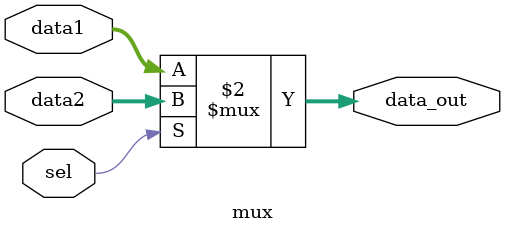
<source format=v>
module mux(
			input sel,
			input [3:0] data1,data2,
			output[3:0] data_out);
	assign data_out=(sel==0)?data1:data2;
endmodule
</source>
